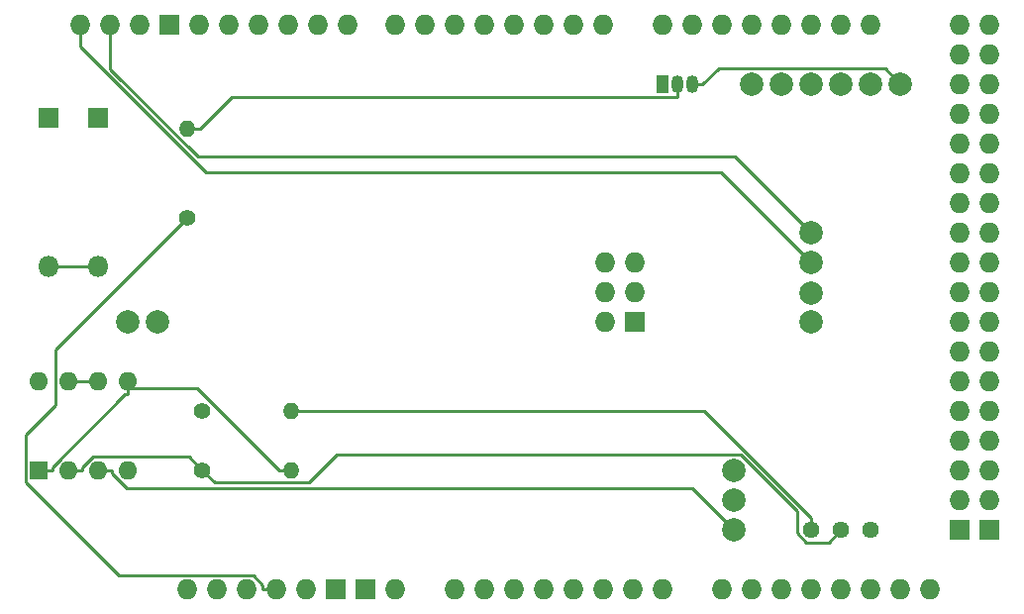
<source format=gbr>
%TF.GenerationSoftware,KiCad,Pcbnew,7.0.5*%
%TF.CreationDate,2023-10-27T17:22:17+01:00*%
%TF.ProjectId,OptiprodV2,4f707469-7072-46f6-9456-322e6b696361,rev?*%
%TF.SameCoordinates,Original*%
%TF.FileFunction,Copper,L1,Top*%
%TF.FilePolarity,Positive*%
%FSLAX46Y46*%
G04 Gerber Fmt 4.6, Leading zero omitted, Abs format (unit mm)*
G04 Created by KiCad (PCBNEW 7.0.5) date 2023-10-27 17:22:17*
%MOMM*%
%LPD*%
G01*
G04 APERTURE LIST*
%TA.AperFunction,ComponentPad*%
%ADD10C,2.000000*%
%TD*%
%TA.AperFunction,ComponentPad*%
%ADD11C,1.400000*%
%TD*%
%TA.AperFunction,ComponentPad*%
%ADD12O,1.400000X1.400000*%
%TD*%
%TA.AperFunction,ComponentPad*%
%ADD13R,1.050000X1.500000*%
%TD*%
%TA.AperFunction,ComponentPad*%
%ADD14O,1.050000X1.500000*%
%TD*%
%TA.AperFunction,ComponentPad*%
%ADD15R,1.800000X1.800000*%
%TD*%
%TA.AperFunction,ComponentPad*%
%ADD16O,1.800000X1.800000*%
%TD*%
%TA.AperFunction,ComponentPad*%
%ADD17R,1.600000X1.600000*%
%TD*%
%TA.AperFunction,ComponentPad*%
%ADD18O,1.600000X1.600000*%
%TD*%
%TA.AperFunction,ComponentPad*%
%ADD19O,1.727200X1.727200*%
%TD*%
%TA.AperFunction,ComponentPad*%
%ADD20R,1.727200X1.727200*%
%TD*%
%TA.AperFunction,ComponentPad*%
%ADD21C,1.440000*%
%TD*%
%TA.AperFunction,Conductor*%
%ADD22C,0.250000*%
%TD*%
G04 APERTURE END LIST*
D10*
%TO.P,GNDIN1,1,1*%
%TO.N,GND*%
X170180000Y-99060000D03*
X170180000Y-99060000D03*
%TD*%
%TO.P,IN1,1,1*%
%TO.N,Net-(DZ5-K)*%
X170180000Y-101600000D03*
%TD*%
D11*
%TO.P,1K2,1*%
%TO.N,GND*%
X124714000Y-91440000D03*
D12*
%TO.P,1K2,2*%
%TO.N,Net-(1K1-Right)*%
X132334000Y-91440000D03*
%TD*%
D10*
%TO.P,SDO1,1,1*%
%TO.N,unconnected-(SDO1-Pad1)*%
X174244000Y-63470000D03*
%TD*%
%TO.P,VCCS1,1,1*%
%TO.N,VCCQ*%
X176784000Y-81380000D03*
%TD*%
D11*
%TO.P,51K1,1*%
%TO.N,Net-(1K1-Center)*%
X124714000Y-96520000D03*
D12*
%TO.P,51K1,2*%
%TO.N,Net-(MCP602B-+)*%
X132334000Y-96520000D03*
%TD*%
D10*
%TO.P,CS1,1,1*%
%TO.N,unconnected-(CS1-Pad1)*%
X171704000Y-63470000D03*
%TD*%
%TO.P,GND1,1,1*%
%TO.N,GND*%
X181864000Y-63500000D03*
%TD*%
D13*
%TO.P,DS18B20,1,GND*%
%TO.N,GND*%
X164084000Y-63500000D03*
D14*
%TO.P,DS18B20,2,DQ*%
%TO.N,Net-(DS18B20-DQ)*%
X165354000Y-63500000D03*
%TO.P,DS18B20,3,V_{DD}*%
%TO.N,VCC*%
X166624000Y-63500000D03*
%TD*%
D10*
%TO.P,Gkvghgcfc,1,1*%
%TO.N,GND*%
X170180000Y-96520000D03*
X170180000Y-96520000D03*
%TD*%
%TO.P,Follower1,1,1*%
%TO.N,Net-(MCP602B--)*%
X118364000Y-83820000D03*
%TD*%
D15*
%TO.P,DZ6,1,K*%
%TO.N,GND*%
X111574000Y-66370000D03*
D16*
%TO.P,DZ6,2,A*%
%TO.N,Net-(DZ5-A)*%
X111574000Y-79070000D03*
%TD*%
D10*
%TO.P,SDA2,1,1*%
%TO.N,Net-(A2-PadSDA)*%
X176784000Y-76200000D03*
%TD*%
D15*
%TO.P,DZ5,1,K*%
%TO.N,Net-(DZ5-K)*%
X115824000Y-66370000D03*
D16*
%TO.P,DZ5,2,A*%
%TO.N,Net-(DZ5-A)*%
X115824000Y-79070000D03*
%TD*%
D10*
%TO.P,Follower2,1,1*%
%TO.N,Net-(MCP602B-+)*%
X120904000Y-83820000D03*
%TD*%
D11*
%TO.P,4.7K1,1*%
%TO.N,VCC*%
X123444000Y-74930000D03*
D12*
%TO.P,4.7K1,2*%
%TO.N,Net-(DS18B20-DQ)*%
X123444000Y-67310000D03*
%TD*%
D17*
%TO.P,MCP602,1*%
%TO.N,Net-(MCP602B-+)*%
X110744000Y-96520000D03*
D18*
%TO.P,MCP602,2,-*%
%TO.N,Net-(1K1-Center)*%
X113284000Y-96520000D03*
%TO.P,MCP602,3,+*%
%TO.N,Net-(DZ5-K)*%
X115824000Y-96520000D03*
%TO.P,MCP602,4,V-*%
%TO.N,GND*%
X118364000Y-96520000D03*
%TO.P,MCP602,5,+*%
%TO.N,Net-(MCP602B-+)*%
X118364000Y-88900000D03*
%TO.P,MCP602,6,-*%
%TO.N,Net-(MCP602B--)*%
X115824000Y-88900000D03*
%TO.P,MCP602,7*%
X113284000Y-88900000D03*
%TO.P,MCP602,8,V+*%
%TO.N,VCCQ*%
X110744000Y-88900000D03*
%TD*%
D10*
%TO.P,GNDS1,1,1*%
%TO.N,GND*%
X176784000Y-83820000D03*
%TD*%
%TO.P,SCL2,1,1*%
%TO.N,Net-(A2-PadSCL)*%
X176784000Y-78740000D03*
%TD*%
D19*
%TO.P,A2,*%
%TO.N,*%
X123444000Y-106680000D03*
%TO.P,A2,3V3,3.3V*%
%TO.N,VCC*%
X131064000Y-106680000D03*
%TO.P,A2,5V1,5V*%
%TO.N,VCCQ*%
X133604000Y-106680000D03*
%TO.P,A2,5V2,SPI_5V*%
%TO.N,unconnected-(A2-SPI_5V-Pad5V2)*%
X161671000Y-78740000D03*
%TO.P,A2,5V3,5V*%
%TO.N,unconnected-(A2-5V-Pad5V3)*%
X189484000Y-58420000D03*
%TO.P,A2,5V4,5V*%
%TO.N,unconnected-(A2-5V-Pad5V4)*%
X192024000Y-58420000D03*
%TO.P,A2,A0,A0*%
%TO.N,Net-(MCP602B--)*%
X146304000Y-106680000D03*
%TO.P,A2,A1,A1*%
%TO.N,unconnected-(A2-PadA1)*%
X148844000Y-106680000D03*
%TO.P,A2,A2,A2*%
%TO.N,unconnected-(A2-PadA2)*%
X151384000Y-106680000D03*
%TO.P,A2,A3,A3*%
%TO.N,unconnected-(A2-PadA3)*%
X153924000Y-106680000D03*
%TO.P,A2,A4,A4*%
%TO.N,unconnected-(A2-PadA4)*%
X156464000Y-106680000D03*
%TO.P,A2,A5,A5*%
%TO.N,unconnected-(A2-PadA5)*%
X159004000Y-106680000D03*
%TO.P,A2,A6,A6*%
%TO.N,unconnected-(A2-PadA6)*%
X161544000Y-106680000D03*
%TO.P,A2,A7,A7*%
%TO.N,unconnected-(A2-PadA7)*%
X164084000Y-106680000D03*
%TO.P,A2,A8,A8*%
%TO.N,unconnected-(A2-PadA8)*%
X169164000Y-106680000D03*
%TO.P,A2,A9,A9*%
%TO.N,unconnected-(A2-PadA9)*%
X171704000Y-106680000D03*
%TO.P,A2,A10,A10*%
%TO.N,unconnected-(A2-PadA10)*%
X174244000Y-106680000D03*
%TO.P,A2,A11,A11*%
%TO.N,unconnected-(A2-PadA11)*%
X176784000Y-106680000D03*
%TO.P,A2,A12,A12*%
%TO.N,unconnected-(A2-PadA12)*%
X179324000Y-106680000D03*
%TO.P,A2,A13,A13*%
%TO.N,unconnected-(A2-PadA13)*%
X181864000Y-106680000D03*
%TO.P,A2,A14,A14*%
%TO.N,unconnected-(A2-PadA14)*%
X184404000Y-106680000D03*
%TO.P,A2,A15,A15*%
%TO.N,unconnected-(A2-PadA15)*%
X186944000Y-106680000D03*
%TO.P,A2,AREF,AREF*%
%TO.N,unconnected-(A2-PadAREF)*%
X119380000Y-58420000D03*
%TO.P,A2,D0,D0/RX0*%
%TO.N,unconnected-(A2-D0{slash}RX0-PadD0)*%
X159004000Y-58420000D03*
%TO.P,A2,D1,D1/TX0*%
%TO.N,unconnected-(A2-D1{slash}TX0-PadD1)*%
X156464000Y-58420000D03*
%TO.P,A2,D2,D2_INT0*%
%TO.N,unconnected-(A2-D2_INT0-PadD2)*%
X153924000Y-58420000D03*
%TO.P,A2,D3,D3_INT1*%
%TO.N,unconnected-(A2-D3_INT1-PadD3)*%
X151384000Y-58420000D03*
%TO.P,A2,D4,D4*%
%TO.N,unconnected-(A2-PadD4)*%
X148844000Y-58420000D03*
%TO.P,A2,D5,D5*%
%TO.N,unconnected-(A2-PadD5)*%
X146304000Y-58420000D03*
%TO.P,A2,D6,D6*%
%TO.N,unconnected-(A2-PadD6)*%
X143764000Y-58420000D03*
%TO.P,A2,D7,D7*%
%TO.N,unconnected-(A2-PadD7)*%
X141224000Y-58420000D03*
%TO.P,A2,D8,D8*%
%TO.N,unconnected-(A2-PadD8)*%
X137160000Y-58420000D03*
%TO.P,A2,D9,D9*%
%TO.N,unconnected-(A2-PadD9)*%
X134620000Y-58420000D03*
%TO.P,A2,D10,D10*%
%TO.N,unconnected-(A2-PadD10)*%
X132080000Y-58420000D03*
%TO.P,A2,D11,D11*%
%TO.N,unconnected-(A2-PadD11)*%
X129540000Y-58420000D03*
%TO.P,A2,D12,D12*%
%TO.N,unconnected-(A2-PadD12)*%
X127000000Y-58420000D03*
%TO.P,A2,D13,D13*%
%TO.N,unconnected-(A2-PadD13)*%
X124460000Y-58420000D03*
%TO.P,A2,D14,D14/TX3*%
%TO.N,unconnected-(A2-D14{slash}TX3-PadD14)*%
X164084000Y-58420000D03*
%TO.P,A2,D15,D15/RX3*%
%TO.N,unconnected-(A2-D15{slash}RX3-PadD15)*%
X166624000Y-58420000D03*
%TO.P,A2,D16,D16/TX2*%
%TO.N,unconnected-(A2-D16{slash}TX2-PadD16)*%
X169164000Y-58420000D03*
%TO.P,A2,D17,D17/RX2*%
%TO.N,unconnected-(A2-D17{slash}RX2-PadD17)*%
X171704000Y-58420000D03*
%TO.P,A2,D18,D18/TX1*%
%TO.N,unconnected-(A2-D18{slash}TX1-PadD18)*%
X174244000Y-58420000D03*
%TO.P,A2,D19,D19/RX1*%
%TO.N,unconnected-(A2-D19{slash}RX1-PadD19)*%
X176784000Y-58420000D03*
%TO.P,A2,D20,D20/SDA*%
%TO.N,Net-(A2-D20{slash}SDA)*%
X179324000Y-58420000D03*
%TO.P,A2,D21,D21/SCL*%
%TO.N,Net-(A2-D21{slash}SCL)*%
X181864000Y-58420000D03*
%TO.P,A2,D22,D22*%
%TO.N,unconnected-(A2-PadD22)*%
X189484000Y-60960000D03*
%TO.P,A2,D23,D23*%
%TO.N,unconnected-(A2-PadD23)*%
X192024000Y-60960000D03*
%TO.P,A2,D24,D24*%
%TO.N,unconnected-(A2-PadD24)*%
X189484000Y-63500000D03*
%TO.P,A2,D25,D25*%
%TO.N,unconnected-(A2-PadD25)*%
X192024000Y-63500000D03*
%TO.P,A2,D26,D26*%
%TO.N,unconnected-(A2-PadD26)*%
X189484000Y-66040000D03*
%TO.P,A2,D27,D27*%
%TO.N,unconnected-(A2-PadD27)*%
X192024000Y-66040000D03*
%TO.P,A2,D28,D28*%
%TO.N,unconnected-(A2-PadD28)*%
X189484000Y-68580000D03*
%TO.P,A2,D29,D29*%
%TO.N,unconnected-(A2-PadD29)*%
X192024000Y-68580000D03*
%TO.P,A2,D30,D30*%
%TO.N,unconnected-(A2-PadD30)*%
X189484000Y-71120000D03*
%TO.P,A2,D31,D31*%
%TO.N,unconnected-(A2-PadD31)*%
X192024000Y-71120000D03*
%TO.P,A2,D32,D32*%
%TO.N,unconnected-(A2-PadD32)*%
X189484000Y-73660000D03*
%TO.P,A2,D33,D33*%
%TO.N,unconnected-(A2-PadD33)*%
X192024000Y-73660000D03*
%TO.P,A2,D34,D34*%
%TO.N,unconnected-(A2-PadD34)*%
X189484000Y-76200000D03*
%TO.P,A2,D35,D35*%
%TO.N,unconnected-(A2-PadD35)*%
X192024000Y-76200000D03*
%TO.P,A2,D36,D36*%
%TO.N,unconnected-(A2-PadD36)*%
X189484000Y-78740000D03*
%TO.P,A2,D37,D37*%
%TO.N,unconnected-(A2-PadD37)*%
X192024000Y-78740000D03*
%TO.P,A2,D38,D38*%
%TO.N,unconnected-(A2-PadD38)*%
X189484000Y-81280000D03*
%TO.P,A2,D39,D39*%
%TO.N,unconnected-(A2-PadD39)*%
X192024000Y-81280000D03*
%TO.P,A2,D40,D40*%
%TO.N,unconnected-(A2-PadD40)*%
X189484000Y-83820000D03*
%TO.P,A2,D41,D41*%
%TO.N,unconnected-(A2-PadD41)*%
X192024000Y-83820000D03*
%TO.P,A2,D42,D42*%
%TO.N,unconnected-(A2-PadD42)*%
X189484000Y-86360000D03*
%TO.P,A2,D43,D43*%
%TO.N,unconnected-(A2-PadD43)*%
X192024000Y-86360000D03*
%TO.P,A2,D44,D44*%
%TO.N,unconnected-(A2-PadD44)*%
X189484000Y-88900000D03*
%TO.P,A2,D45,D45*%
%TO.N,unconnected-(A2-PadD45)*%
X192024000Y-88900000D03*
%TO.P,A2,D46,D46*%
%TO.N,unconnected-(A2-PadD46)*%
X189484000Y-91440000D03*
%TO.P,A2,D47,D47*%
%TO.N,unconnected-(A2-PadD47)*%
X192024000Y-91440000D03*
%TO.P,A2,D48,D48*%
%TO.N,unconnected-(A2-PadD48)*%
X189484000Y-93980000D03*
%TO.P,A2,D49,D49*%
%TO.N,unconnected-(A2-PadD49)*%
X192024000Y-93980000D03*
%TO.P,A2,D50,D50_MISO*%
%TO.N,unconnected-(A2-D50_MISO-PadD50)*%
X189484000Y-96520000D03*
%TO.P,A2,D51,D51_MOSI*%
%TO.N,unconnected-(A2-D51_MOSI-PadD51)*%
X192024000Y-96520000D03*
%TO.P,A2,D52,D52_SCK*%
%TO.N,unconnected-(A2-D52_SCK-PadD52)*%
X189484000Y-99060000D03*
%TO.P,A2,D53,D53_CS*%
%TO.N,unconnected-(A2-D53_CS-PadD53)*%
X192024000Y-99060000D03*
D20*
%TO.P,A2,GND1,GND*%
%TO.N,GND*%
X121920000Y-58420000D03*
%TO.P,A2,GND2,GND*%
X136144000Y-106680000D03*
%TO.P,A2,GND3,GND*%
X138684000Y-106680000D03*
%TO.P,A2,GND4,SPI_GND*%
%TO.N,unconnected-(A2-SPI_GND-PadGND4)*%
X161671000Y-83820000D03*
%TO.P,A2,GND5,GND*%
%TO.N,GND*%
X189484000Y-101600000D03*
%TO.P,A2,GND6,GND*%
X192024000Y-101600000D03*
D19*
%TO.P,A2,IORF,IOREF*%
%TO.N,unconnected-(A2-IOREF-PadIORF)*%
X125984000Y-106680000D03*
%TO.P,A2,MISO,SPI_MISO*%
%TO.N,unconnected-(A2-SPI_MISO-PadMISO)*%
X159131000Y-78740000D03*
%TO.P,A2,MOSI,SPI_MOSI*%
%TO.N,unconnected-(A2-SPI_MOSI-PadMOSI)*%
X161671000Y-81280000D03*
%TO.P,A2,RST1,RESET*%
%TO.N,unconnected-(A2-RESET-PadRST1)*%
X128524000Y-106680000D03*
%TO.P,A2,RST2,SPI_RESET*%
%TO.N,unconnected-(A2-SPI_RESET-PadRST2)*%
X159131000Y-83820000D03*
%TO.P,A2,SCK,SPI_SCK*%
%TO.N,unconnected-(A2-SPI_SCK-PadSCK)*%
X159131000Y-81280000D03*
%TO.P,A2,SCL,SCL*%
%TO.N,Net-(A2-PadSCL)*%
X114300000Y-58420000D03*
%TO.P,A2,SDA,SDA*%
%TO.N,Net-(A2-PadSDA)*%
X116840000Y-58420000D03*
%TO.P,A2,VIN,VIN*%
%TO.N,unconnected-(A2-PadVIN)*%
X141224000Y-106680000D03*
%TD*%
D10*
%TO.P,VCC1,1,1*%
%TO.N,VCC*%
X184404000Y-63470000D03*
%TD*%
%TO.P,SDA1,1,1*%
%TO.N,Net-(A2-D20{slash}SDA)*%
X176784000Y-63470000D03*
%TD*%
%TO.P,SCL1,1,1*%
%TO.N,Net-(A2-D21{slash}SCL)*%
X179324000Y-63500000D03*
%TD*%
D21*
%TO.P,1K1,1,Left*%
%TO.N,unconnected-(1K1-Left-Pad1)*%
X181864000Y-101600000D03*
%TO.P,1K1,2,Center*%
%TO.N,Net-(1K1-Center)*%
X179324000Y-101600000D03*
%TO.P,1K1,3,Right*%
%TO.N,Net-(1K1-Right)*%
X176784000Y-101600000D03*
%TD*%
D22*
%TO.N,Net-(DZ5-K)*%
X115824000Y-96520000D02*
X116950900Y-96520000D01*
X116950900Y-96520000D02*
X116950900Y-96753500D01*
X166630300Y-98050300D02*
X170180000Y-101600000D01*
X118247700Y-98050300D02*
X166630300Y-98050300D01*
X116950900Y-96753500D02*
X118247700Y-98050300D01*
%TO.N,VCC*%
X131064000Y-106680000D02*
X129873500Y-106680000D01*
X129873500Y-106680000D02*
X129873500Y-106307900D01*
X129055100Y-105489500D02*
X117605400Y-105489500D01*
X112157100Y-86216900D02*
X123444000Y-74930000D01*
X109617100Y-93430600D02*
X112157100Y-90890600D01*
X117605400Y-105489500D02*
X109617100Y-97501200D01*
X129873500Y-106307900D02*
X129055100Y-105489500D01*
X112157100Y-90890600D02*
X112157100Y-86216900D01*
X183071400Y-62137400D02*
X184404000Y-63470000D01*
X166624000Y-63500000D02*
X167475900Y-63500000D01*
X109617100Y-97501200D02*
X109617100Y-93430600D01*
X168838500Y-62137400D02*
X183071400Y-62137400D01*
X167475900Y-63500000D02*
X168838500Y-62137400D01*
%TO.N,Net-(DZ5-A)*%
X115824000Y-79070000D02*
X111574000Y-79070000D01*
%TO.N,Net-(1K1-Center)*%
X133846200Y-97552100D02*
X125746100Y-97552100D01*
X136213700Y-95184600D02*
X133846200Y-97552100D01*
X175565200Y-101893300D02*
X175565200Y-100001100D01*
X178231600Y-102692400D02*
X176364300Y-102692400D01*
X179324000Y-101600000D02*
X178231600Y-102692400D01*
X123549800Y-95355800D02*
X115341600Y-95355800D01*
X114410900Y-96286500D02*
X114410900Y-96520000D01*
X176364300Y-102692400D02*
X175565200Y-101893300D01*
X170748700Y-95184600D02*
X136213700Y-95184600D01*
X113284000Y-96520000D02*
X114410900Y-96520000D01*
X124714000Y-96520000D02*
X123549800Y-95355800D01*
X125746100Y-97552100D02*
X124714000Y-96520000D01*
X115341600Y-95355800D02*
X114410900Y-96286500D01*
X175565200Y-100001100D02*
X170748700Y-95184600D01*
%TO.N,Net-(1K1-Right)*%
X167643200Y-91440000D02*
X132334000Y-91440000D01*
X176784000Y-100580800D02*
X167643200Y-91440000D01*
X176784000Y-101600000D02*
X176784000Y-100580800D01*
%TO.N,Net-(DS18B20-DQ)*%
X165354000Y-64576900D02*
X127204000Y-64576900D01*
X123444000Y-67310000D02*
X124470900Y-67310000D01*
X165354000Y-63500000D02*
X165354000Y-64576900D01*
X127204000Y-64576900D02*
X124470900Y-67310000D01*
%TO.N,Net-(A2-PadSDA)*%
X116840000Y-62185200D02*
X116840000Y-59610500D01*
X170240000Y-69656000D02*
X124310800Y-69656000D01*
X124310800Y-69656000D02*
X116840000Y-62185200D01*
X116840000Y-58420000D02*
X116840000Y-59610500D01*
X176784000Y-76200000D02*
X170240000Y-69656000D01*
%TO.N,Net-(A2-PadSCL)*%
X169073000Y-71029000D02*
X176784000Y-78740000D01*
X125044700Y-71029000D02*
X169073000Y-71029000D01*
X114300000Y-58420000D02*
X114300000Y-60284300D01*
X114300000Y-60284300D02*
X125044700Y-71029000D01*
%TO.N,Net-(MCP602B-+)*%
X118364000Y-90026900D02*
X118082300Y-90026900D01*
X132334000Y-96520000D02*
X131307100Y-96520000D01*
X118364000Y-89463400D02*
X118364000Y-90026900D01*
X118364000Y-89463400D02*
X124250500Y-89463400D01*
X110744000Y-96520000D02*
X111870900Y-96520000D01*
X124250500Y-89463400D02*
X131307100Y-96520000D01*
X118082300Y-90026900D02*
X111870900Y-96238300D01*
X118364000Y-88900000D02*
X118364000Y-89463400D01*
X111870900Y-96238300D02*
X111870900Y-96520000D01*
%TO.N,Net-(MCP602B--)*%
X113284000Y-88900000D02*
X115824000Y-88900000D01*
%TD*%
M02*

</source>
